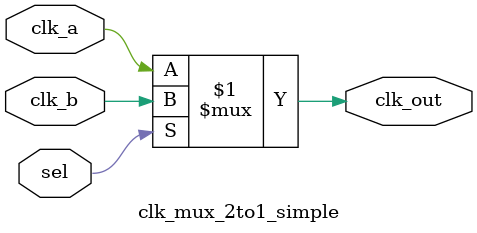
<source format=v>

module clk_mux_2to1 (
    input  wire clk_a,    // Clock input A
    input  wire clk_b,    // Clock input B
    input  wire sel,      // Select: 0=clk_a, 1=clk_b
    input  wire rst_n,    // Async reset (active low)
    output wire clk_out   // Output clock
);

    //-------------------------------------------------------------------------
    // Synchronizers and enable logic for each clock domain
    //-------------------------------------------------------------------------
    reg [1:0] sync_a;  // Synchronizer in clk_a domain
    reg [1:0] sync_b;  // Synchronizer in clk_b domain

    wire sel_a_async;
    wire sel_b_async;
    wire en_a;
    wire en_b;

    // Selection logic: enable A when sel=0, enable B when sel=1
    // But only when the other clock is disabled (handshaking)
    assign sel_a_async = ~sel & ~sync_b[1];
    assign sel_b_async =  sel & ~sync_a[1];

    //-------------------------------------------------------------------------
    // Synchronize selection in clk_a domain (negedge for safe switching)
    //-------------------------------------------------------------------------
    always @(negedge clk_a or negedge rst_n) begin
        if (!rst_n) begin
            sync_a <= 2'b00;
        end else begin
            sync_a <= {sync_a[0], sel_a_async};
        end
    end

    //-------------------------------------------------------------------------
    // Synchronize selection in clk_b domain (negedge for safe switching)
    //-------------------------------------------------------------------------
    always @(negedge clk_b or negedge rst_n) begin
        if (!rst_n) begin
            sync_b <= 2'b00;
        end else begin
            sync_b <= {sync_b[0], sel_b_async};
        end
    end

    // Enable signals after synchronization
    assign en_a = sync_a[1];
    assign en_b = sync_b[1];

    //-------------------------------------------------------------------------
    // Glitch-free clock output
    //-------------------------------------------------------------------------
    assign clk_out = (clk_a & en_a) | (clk_b & en_b);

endmodule


//-----------------------------------------------------------------------------
// Module: clk_mux_4to1
// Description: Glitch-free 4:1 clock multiplexer
//              Built using three 2:1 muxes in tree structure
//-----------------------------------------------------------------------------

module clk_mux_4to1 (
    input  wire clk_0,      // Clock input 0
    input  wire clk_1,      // Clock input 1
    input  wire clk_2,      // Clock input 2
    input  wire clk_3,      // Clock input 3
    input  wire [1:0] sel,  // Select: 00=clk_0, 01=clk_1, 10=clk_2, 11=clk_3
    input  wire rst_n,      // Async reset (active low)
    output wire clk_out     // Output clock
);

    wire clk_01;  // Intermediate: mux of clk_0 and clk_1
    wire clk_23;  // Intermediate: mux of clk_2 and clk_3

    //-------------------------------------------------------------------------
    // First level: select between clk_0/clk_1 and clk_2/clk_3
    //-------------------------------------------------------------------------
    clk_mux_2to1 u_mux_01 (
        .clk_a   (clk_0),
        .clk_b   (clk_1),
        .sel     (sel[0]),
        .rst_n   (rst_n),
        .clk_out (clk_01)
    );

    clk_mux_2to1 u_mux_23 (
        .clk_a   (clk_2),
        .clk_b   (clk_3),
        .sel     (sel[0]),
        .rst_n   (rst_n),
        .clk_out (clk_23)
    );

    //-------------------------------------------------------------------------
    // Second level: select between first level outputs
    //-------------------------------------------------------------------------
    clk_mux_2to1 u_mux_final (
        .clk_a   (clk_01),
        .clk_b   (clk_23),
        .sel     (sel[1]),
        .rst_n   (rst_n),
        .clk_out (clk_out)
    );

endmodule


//-----------------------------------------------------------------------------
// Module: clk_mux_2to1_simple
// Description: Simple 2:1 clock mux (for DFT bypass, not glitch-free)
//              Use only when switching occurs during reset or idle
//-----------------------------------------------------------------------------

module clk_mux_2to1_simple (
    input  wire clk_a,    // Clock input A
    input  wire clk_b,    // Clock input B
    input  wire sel,      // Select: 0=clk_a, 1=clk_b
    output wire clk_out   // Output clock
);

    assign clk_out = sel ? clk_b : clk_a;

endmodule

</source>
